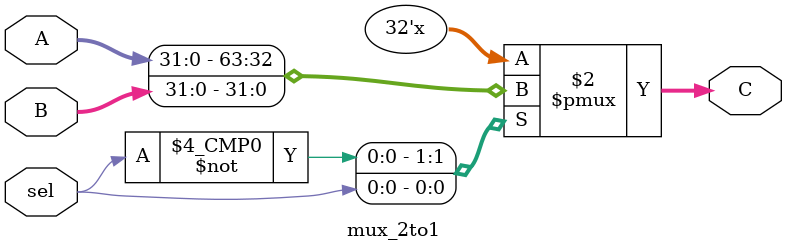
<source format=sv>
module mux_2to1 #(parameter N = 32) (input logic [N-1:0] A, B,
													input logic sel,
													output logic [N-1:0] C);

	always_comb
		case(sel)
		
			// 27-bit unsigned immediate
			1'b0: C = A;
			
			// 17-bit unsigned immediate
			1'b1: C = B;
			
			//default: C = 32'bx; // undefined
			
		endcase
	
endmodule
</source>
